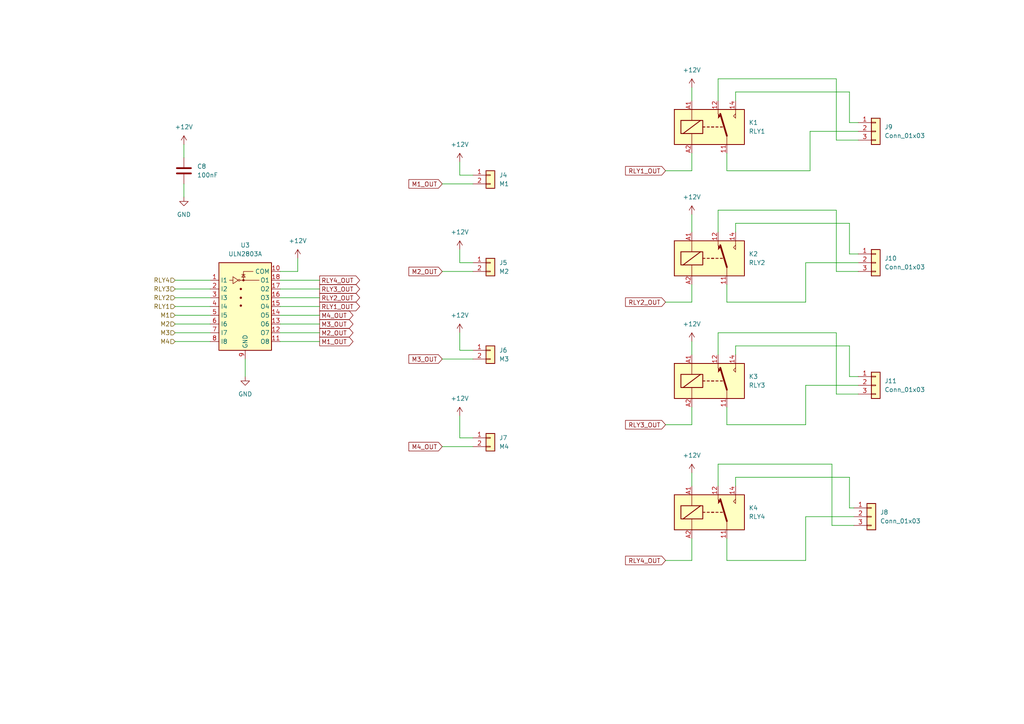
<source format=kicad_sch>
(kicad_sch (version 20211123) (generator eeschema)
  (paper "A4")
  (lib_symbols
    (symbol "Connector_Generic:Conn_01x02" (pin_names (offset 1.016) hide)
      (property "Reference" "J" (at 0 2.54 0))
      (property "Value" "Conn_01x02" (at 0 -5.08 0))
      (symbol "Conn_01x02_1_1"
        (rectangle (start -1.27 -2.413) (end 0 -2.667) (stroke (width 0.1524)))
        (rectangle (start -1.27 0.127) (end 0 -0.127) (stroke (width 0.1524)))
        (rectangle (start -1.27 1.27) (end 1.27 -3.81) (stroke (width 0.254)) (fill (type background)))
        (pin passive line (at -5.08 0 0) (length 3.81) (name "Pin_1") (number "1"))
        (pin passive line (at -5.08 -2.54 0) (length 3.81) (name "Pin_2") (number "2"))
      )
    )
    (symbol "Connector_Generic:Conn_01x03" (pin_names (offset 1.016) hide)
      (property "Reference" "J" (at 0 5.08 0))
      (property "Value" "Conn_01x03" (at 0 -5.08 0))
      (symbol "Conn_01x03_1_1"
        (rectangle (start -1.27 -2.413) (end 0 -2.667) (stroke (width 0.1524)))
        (rectangle (start -1.27 0.127) (end 0 -0.127) (stroke (width 0.1524)))
        (rectangle (start -1.27 2.667) (end 0 2.413) (stroke (width 0.1524)))
        (rectangle (start -1.27 3.81) (end 1.27 -3.81) (stroke (width 0.254)) (fill (type background)))
        (pin passive line (at -5.08 2.54 0) (length 3.81) (name "Pin_1") (number "1"))
        (pin passive line (at -5.08 0 0) (length 3.81) (name "Pin_2") (number "2"))
        (pin passive line (at -5.08 -2.54 0) (length 3.81) (name "Pin_3") (number "3"))
      )
    )
    (symbol "Device:C" (pin_numbers hide) (pin_names (offset 0.254))
      (property "Reference" "C" (at 0.635 2.54 0))
      (property "Value" "C" (at 0.635 -2.54 0))
      (symbol "C_0_1"
        (polyline (pts (xy -2.032 -0.762) (xy 2.032 -0.762)) (stroke (width 0.508)))
        (polyline (pts (xy -2.032 0.762) (xy 2.032 0.762)) (stroke (width 0.508)))
      )
      (symbol "C_1_1"
        (pin passive line (at 0 3.81 270) (length 2.794) (name "~") (number "1"))
        (pin passive line (at 0 -3.81 90) (length 2.794) (name "~") (number "2"))
      )
    )
    (symbol "Relay:FINDER-36.11"
      (property "Reference" "K" (at 11.43 3.81 0))
      (property "Value" "FINDER-36.11" (at 11.43 1.27 0))
      (symbol "FINDER-36.11_0_0"
        (polyline (pts (xy 2.54 3.81) (xy 2.54 5.08)))
        (polyline (pts (xy 7.62 3.81) (xy 7.62 5.08)))
        (polyline (pts (xy 7.62 3.81) (xy 7.62 2.54) (xy 6.985 3.175) (xy 7.62 3.81)))
      )
      (symbol "FINDER-36.11_0_1"
        (rectangle (start -10.16 5.08) (end 10.16 -5.08) (stroke (width 0.254)) (fill (type background)))
        (rectangle (start -8.255 1.905) (end -1.905 -1.905) (stroke (width 0.254)))
        (polyline (pts (xy -7.62 -1.905) (xy -2.54 1.905)) (stroke (width 0.254)))
        (polyline (pts (xy -5.08 -5.08) (xy -5.08 -1.905)))
        (polyline (pts (xy -5.08 5.08) (xy -5.08 1.905)))
        (polyline (pts (xy -1.905 0) (xy -1.27 0)) (stroke (width 0.254)))
        (polyline (pts (xy -0.635 0) (xy 0 0)) (stroke (width 0.254)))
        (polyline (pts (xy 0.635 0) (xy 1.27 0)) (stroke (width 0.254)))
        (polyline (pts (xy 0.635 0) (xy 1.27 0)) (stroke (width 0.254)))
        (polyline (pts (xy 1.905 0) (xy 2.54 0)) (stroke (width 0.254)))
        (polyline (pts (xy 3.175 0) (xy 3.81 0)) (stroke (width 0.254)))
        (polyline (pts (xy 5.08 -2.54) (xy 3.175 3.81)) (stroke (width 0.508)))
        (polyline (pts (xy 5.08 -2.54) (xy 5.08 -5.08)))
        (polyline (pts (xy 2.54 2.54) (xy 3.175 3.175) (xy 2.54 3.81)) (fill (type outline)))
      )
      (symbol "FINDER-36.11_1_1"
        (pin passive line (at 5.08 -7.62 90) (length 2.54) (name "~") (number "11"))
        (pin passive line (at 2.54 7.62 270) (length 2.54) (name "~") (number "12"))
        (pin passive line (at 7.62 7.62 270) (length 2.54) (name "~") (number "14"))
        (pin passive line (at -5.08 7.62 270) (length 2.54) (name "~") (number "A1"))
        (pin passive line (at -5.08 -7.62 90) (length 2.54) (name "~") (number "A2"))
      )
    )
    (symbol "Transistor_Array:ULN2803A"
      (property "Reference" "U" (at 0 13.335 0))
      (property "Value" "ULN2803A" (at 0 11.43 0))
      (symbol "ULN2803A_0_1"
        (rectangle (start -7.62 -15.24) (end 7.62 10.16) (stroke (width 0.254)) (fill (type background)))
        (circle (center -1.778 5.08) (radius 0.254))
        (circle (center -1.27 -2.286) (radius 0.254) (fill (type outline)))
        (circle (center -1.27 0) (radius 0.254) (fill (type outline)))
        (circle (center -1.27 2.54) (radius 0.254) (fill (type outline)))
        (circle (center -0.508 5.08) (radius 0.254) (fill (type outline)))
        (polyline (pts (xy -4.572 5.08) (xy -3.556 5.08)))
        (polyline (pts (xy -1.524 5.08) (xy 4.064 5.08)))
        (polyline (pts (xy 0 6.731) (xy -1.016 6.731)))
        (polyline (pts (xy -0.508 5.08) (xy -0.508 7.62) (xy 2.286 7.62)))
        (polyline (pts (xy -3.556 6.096) (xy -3.556 4.064) (xy -2.032 5.08) (xy -3.556 6.096)))
        (polyline (pts (xy 0 5.969) (xy -1.016 5.969) (xy -0.508 6.731) (xy 0 5.969)))
      )
      (symbol "ULN2803A_1_1"
        (pin input line (at -10.16 5.08 0) (length 2.54) (name "I1") (number "1"))
        (pin passive line (at 10.16 7.62 180) (length 2.54) (name "COM") (number "10"))
        (pin open_collector line (at 10.16 -12.7 180) (length 2.54) (name "O8") (number "11"))
        (pin open_collector line (at 10.16 -10.16 180) (length 2.54) (name "O7") (number "12"))
        (pin open_collector line (at 10.16 -7.62 180) (length 2.54) (name "O6") (number "13"))
        (pin open_collector line (at 10.16 -5.08 180) (length 2.54) (name "O5") (number "14"))
        (pin open_collector line (at 10.16 -2.54 180) (length 2.54) (name "O4") (number "15"))
        (pin open_collector line (at 10.16 0 180) (length 2.54) (name "O3") (number "16"))
        (pin open_collector line (at 10.16 2.54 180) (length 2.54) (name "O2") (number "17"))
        (pin open_collector line (at 10.16 5.08 180) (length 2.54) (name "O1") (number "18"))
        (pin input line (at -10.16 2.54 0) (length 2.54) (name "I2") (number "2"))
        (pin input line (at -10.16 0 0) (length 2.54) (name "I3") (number "3"))
        (pin input line (at -10.16 -2.54 0) (length 2.54) (name "I4") (number "4"))
        (pin input line (at -10.16 -5.08 0) (length 2.54) (name "I5") (number "5"))
        (pin input line (at -10.16 -7.62 0) (length 2.54) (name "I6") (number "6"))
        (pin input line (at -10.16 -10.16 0) (length 2.54) (name "I7") (number "7"))
        (pin input line (at -10.16 -12.7 0) (length 2.54) (name "I8") (number "8"))
        (pin power_in line (at 0 -17.78 90) (length 2.54) (name "GND") (number "9"))
      )
    )
    (symbol "power:+12V" (power) (pin_names (offset 0))
      (property "Value" "+12V" (at 0 3.556 0))
      (symbol "+12V_0_1"
        (polyline (pts (xy -0.762 1.27) (xy 0 2.54)))
        (polyline (pts (xy 0 0) (xy 0 2.54)))
        (polyline (pts (xy 0 2.54) (xy 0.762 1.27)))
      )
      (symbol "+12V_1_1"
        (pin power_in line (at 0 0 90) (length 0) hide (name "+12V") (number "1"))
      )
    )
    (symbol "power:GND" (power) (pin_names (offset 0))
      (property "Value" "GND" (at 0 -3.81 0))
      (symbol "GND_0_1"
        (polyline (pts (xy 0 0) (xy 0 -1.27) (xy 1.27 -1.27) (xy 0 -2.54) (xy -1.27 -1.27) (xy 0 -1.27)))
      )
      (symbol "GND_1_1"
        (pin power_in line (at 0 0 270) (length 0) hide (name "GND") (number "1"))
      )
    )
  )
  (wire (pts (xy 50.8 83.82) (xy 60.96 83.82)))
  (wire (pts (xy 208.28 134.62) (xy 241.3 134.62)))
  (wire (pts (xy 213.36 64.77) (xy 246.38 64.77)))
  (wire (pts (xy 128.27 78.74) (xy 137.16 78.74)))
  (wire (pts (xy 50.8 81.28) (xy 60.96 81.28)))
  (wire (pts (xy 193.04 49.53) (xy 200.66 49.53)))
  (wire (pts (xy 208.28 60.96) (xy 242.57 60.96)))
  (wire (pts (xy 213.36 67.31) (xy 213.36 64.77)))
  (wire (pts (xy 193.04 123.19) (xy 200.66 123.19)))
  (wire (pts (xy 210.82 162.56) (xy 233.68 162.56)))
  (wire (pts (xy 246.38 35.56) (xy 248.92 35.56)))
  (wire (pts (xy 233.68 87.63) (xy 233.68 76.2)))
  (wire (pts (xy 200.66 99.06) (xy 200.66 102.87)))
  (wire (pts (xy 241.3 134.62) (xy 241.3 152.4)))
  (wire (pts (xy 86.36 78.74) (xy 81.28 78.74)))
  (wire (pts (xy 242.57 78.74) (xy 248.92 78.74)))
  (wire (pts (xy 81.28 99.06) (xy 92.71 99.06)))
  (wire (pts (xy 210.82 49.53) (xy 234.95 49.53)))
  (wire (pts (xy 213.36 138.43) (xy 246.38 138.43)))
  (wire (pts (xy 128.27 104.14) (xy 137.16 104.14)))
  (wire (pts (xy 133.35 96.52) (xy 133.35 101.6)))
  (wire (pts (xy 242.57 60.96) (xy 242.57 78.74)))
  (wire (pts (xy 213.36 140.97) (xy 213.36 138.43)))
  (wire (pts (xy 200.66 162.56) (xy 200.66 156.21)))
  (wire (pts (xy 246.38 138.43) (xy 246.38 147.32)))
  (wire (pts (xy 233.68 76.2) (xy 248.92 76.2)))
  (wire (pts (xy 81.28 91.44) (xy 92.71 91.44)))
  (wire (pts (xy 213.36 100.33) (xy 246.38 100.33)))
  (wire (pts (xy 233.68 123.19) (xy 233.68 111.76)))
  (wire (pts (xy 233.68 162.56) (xy 233.68 149.86)))
  (wire (pts (xy 208.28 102.87) (xy 208.28 96.52)))
  (wire (pts (xy 208.28 96.52) (xy 242.57 96.52)))
  (wire (pts (xy 246.38 100.33) (xy 246.38 109.22)))
  (wire (pts (xy 53.34 41.91) (xy 53.34 45.72)))
  (wire (pts (xy 200.66 118.11) (xy 200.66 123.19)))
  (wire (pts (xy 81.28 81.28) (xy 92.71 81.28)))
  (wire (pts (xy 81.28 88.9) (xy 92.71 88.9)))
  (wire (pts (xy 193.04 162.56) (xy 200.66 162.56)))
  (wire (pts (xy 133.35 46.99) (xy 133.35 50.8)))
  (wire (pts (xy 50.8 96.52) (xy 60.96 96.52)))
  (wire (pts (xy 208.28 29.21) (xy 208.28 22.86)))
  (wire (pts (xy 210.82 123.19) (xy 233.68 123.19)))
  (wire (pts (xy 242.57 22.86) (xy 242.57 40.64)))
  (wire (pts (xy 50.8 91.44) (xy 60.96 91.44)))
  (wire (pts (xy 241.3 152.4) (xy 247.65 152.4)))
  (wire (pts (xy 242.57 40.64) (xy 248.92 40.64)))
  (wire (pts (xy 128.27 129.54) (xy 137.16 129.54)))
  (wire (pts (xy 242.57 114.3) (xy 248.92 114.3)))
  (wire (pts (xy 213.36 102.87) (xy 213.36 100.33)))
  (wire (pts (xy 246.38 26.67) (xy 246.38 35.56)))
  (wire (pts (xy 200.66 137.16) (xy 200.66 140.97)))
  (wire (pts (xy 81.28 83.82) (xy 92.71 83.82)))
  (wire (pts (xy 81.28 93.98) (xy 92.71 93.98)))
  (wire (pts (xy 133.35 50.8) (xy 137.16 50.8)))
  (wire (pts (xy 71.12 104.14) (xy 71.12 109.22)))
  (wire (pts (xy 213.36 26.67) (xy 246.38 26.67)))
  (wire (pts (xy 193.04 87.63) (xy 200.66 87.63)))
  (wire (pts (xy 234.95 38.1) (xy 248.92 38.1)))
  (wire (pts (xy 86.36 74.93) (xy 86.36 78.74)))
  (wire (pts (xy 233.68 111.76) (xy 248.92 111.76)))
  (wire (pts (xy 81.28 86.36) (xy 92.71 86.36)))
  (wire (pts (xy 208.28 67.31) (xy 208.28 60.96)))
  (wire (pts (xy 210.82 118.11) (xy 210.82 123.19)))
  (wire (pts (xy 246.38 64.77) (xy 246.38 73.66)))
  (wire (pts (xy 200.66 62.23) (xy 200.66 67.31)))
  (wire (pts (xy 133.35 101.6) (xy 137.16 101.6)))
  (wire (pts (xy 208.28 22.86) (xy 242.57 22.86)))
  (wire (pts (xy 133.35 127) (xy 137.16 127)))
  (wire (pts (xy 210.82 87.63) (xy 233.68 87.63)))
  (wire (pts (xy 133.35 76.2) (xy 137.16 76.2)))
  (wire (pts (xy 200.66 49.53) (xy 200.66 44.45)))
  (wire (pts (xy 210.82 156.21) (xy 210.82 162.56)))
  (wire (pts (xy 53.34 53.34) (xy 53.34 57.15)))
  (wire (pts (xy 233.68 149.86) (xy 247.65 149.86)))
  (wire (pts (xy 246.38 147.32) (xy 247.65 147.32)))
  (wire (pts (xy 50.8 93.98) (xy 60.96 93.98)))
  (wire (pts (xy 133.35 72.39) (xy 133.35 76.2)))
  (wire (pts (xy 242.57 96.52) (xy 242.57 114.3)))
  (wire (pts (xy 133.35 120.65) (xy 133.35 127)))
  (wire (pts (xy 234.95 49.53) (xy 234.95 38.1)))
  (wire (pts (xy 208.28 140.97) (xy 208.28 134.62)))
  (wire (pts (xy 210.82 82.55) (xy 210.82 87.63)))
  (wire (pts (xy 128.27 53.34) (xy 137.16 53.34)))
  (wire (pts (xy 213.36 29.21) (xy 213.36 26.67)))
  (wire (pts (xy 50.8 88.9) (xy 60.96 88.9)))
  (wire (pts (xy 200.66 25.4) (xy 200.66 29.21)))
  (wire (pts (xy 50.8 99.06) (xy 60.96 99.06)))
  (wire (pts (xy 246.38 73.66) (xy 248.92 73.66)))
  (wire (pts (xy 200.66 87.63) (xy 200.66 82.55)))
  (wire (pts (xy 210.82 44.45) (xy 210.82 49.53)))
  (wire (pts (xy 50.8 86.36) (xy 60.96 86.36)))
  (wire (pts (xy 81.28 96.52) (xy 92.71 96.52)))
  (wire (pts (xy 246.38 109.22) (xy 248.92 109.22)))
  (global_label "M3_OUT" (shape output) (at 92.71 93.98 0) (property "Intersheet References" "${INTERSHEET_REFS}" (effects hide)))
  (global_label "RLY4_OUT" (shape input) (at 193.04 162.56 180) (property "Intersheet References" "${INTERSHEET_REFS}" (effects hide)))
  (global_label "M4_OUT" (shape output) (at 92.71 91.44 0) (property "Intersheet References" "${INTERSHEET_REFS}" (effects hide)))
  (global_label "M4_OUT" (shape input) (at 128.27 129.54 180) (property "Intersheet References" "${INTERSHEET_REFS}" (effects hide)))
  (global_label "M1_OUT" (shape output) (at 92.71 99.06 0) (property "Intersheet References" "${INTERSHEET_REFS}" (effects hide)))
  (global_label "RLY2_OUT" (shape input) (at 193.04 87.63 180) (property "Intersheet References" "${INTERSHEET_REFS}" (effects hide)))
  (global_label "RLY2_OUT" (shape output) (at 92.71 86.36 0) (property "Intersheet References" "${INTERSHEET_REFS}" (effects hide)))
  (global_label "RLY1_OUT" (shape output) (at 92.71 88.9 0) (property "Intersheet References" "${INTERSHEET_REFS}" (effects hide)))
  (global_label "M2_OUT" (shape input) (at 128.27 78.74 180) (property "Intersheet References" "${INTERSHEET_REFS}" (effects hide)))
  (global_label "RLY1_OUT" (shape input) (at 193.04 49.53 180) (property "Intersheet References" "${INTERSHEET_REFS}" (effects hide)))
  (global_label "M2_OUT" (shape output) (at 92.71 96.52 0) (property "Intersheet References" "${INTERSHEET_REFS}" (effects hide)))
  (global_label "M3_OUT" (shape input) (at 128.27 104.14 180) (property "Intersheet References" "${INTERSHEET_REFS}" (effects hide)))
  (global_label "RLY3_OUT" (shape input) (at 193.04 123.19 180) (property "Intersheet References" "${INTERSHEET_REFS}" (effects hide)))
  (global_label "RLY4_OUT" (shape output) (at 92.71 81.28 0) (property "Intersheet References" "${INTERSHEET_REFS}" (effects hide)))
  (global_label "RLY3_OUT" (shape output) (at 92.71 83.82 0) (property "Intersheet References" "${INTERSHEET_REFS}" (effects hide)))
  (global_label "M1_OUT" (shape input) (at 128.27 53.34 180) (property "Intersheet References" "${INTERSHEET_REFS}" (effects hide)))
  (hierarchical_label "M3" (shape input) (at 50.8 96.52 180))
  (hierarchical_label "M1" (shape input) (at 50.8 91.44 180))
  (hierarchical_label "RLY1" (shape input) (at 50.8 88.9 180))
  (hierarchical_label "M4" (shape input) (at 50.8 99.06 180))
  (hierarchical_label "RLY3" (shape input) (at 50.8 83.82 180))
  (hierarchical_label "RLY4" (shape input) (at 50.8 81.28 180))
  (hierarchical_label "M2" (shape input) (at 50.8 93.98 180))
  (hierarchical_label "RLY2" (shape input) (at 50.8 86.36 180))
  (symbol (lib_id "Connector_Generic:Conn_01x03") (at 252.73 149.86 0) (unit 1)
    (property "Reference" "J8" (at 255.27 148.5899 0) (effects (justify left)))
    (property "Value" "Conn_01x03" (at 255.27 151.1299 0) (effects (justify left)))
    (property "Footprint" "TerminalBlock:TerminalBlock_bornier-3_P5.08mm" (effects hide))
  )
  (symbol (lib_id "Connector_Generic:Conn_01x02") (at 142.24 127 0) (unit 1)
    (property "Reference" "J7" (at 144.78 126.9999 0) (effects (justify left)))
    (property "Value" "M4" (at 144.78 129.5399 0) (effects (justify left)))
    (property "Footprint" "TerminalBlock:TerminalBlock_bornier-2_P5.08mm" (effects hide))
  )
  (symbol (lib_id "Connector_Generic:Conn_01x02") (at 142.24 76.2 0) (unit 1)
    (property "Reference" "J5" (at 144.78 76.1999 0) (effects (justify left)))
    (property "Value" "M2" (at 144.78 78.7399 0) (effects (justify left)))
    (property "Footprint" "TerminalBlock:TerminalBlock_bornier-2_P5.08mm" (effects hide))
  )
  (symbol (lib_id "power:GND") (at 71.12 109.22 0) (unit 1)
    (property "Reference" "#PWR024" (effects hide))
    (property "Value" "GND" (at 71.12 114.3 0))
  )
  (symbol (lib_id "power:+12V") (at 200.66 25.4 0) (unit 1)
    (property "Reference" "#PWR030" (effects hide))
    (property "Value" "+12V" (at 200.66 20.32 0))
  )
  (symbol (lib_id "Relay:FINDER-36.11") (at 205.74 110.49 0) (unit 1)
    (property "Reference" "K3" (at 217.17 109.2199 0) (effects (justify left)))
    (property "Value" "RLY3" (at 217.17 111.7599 0) (effects (justify left)))
    (property "Footprint" "Relay_THT:Relay_SPDT_Finder_36.11" (effects hide))
    (property "Datasheet" "https://gfinder.findernet.com/public/attachments/36/EN/S36EN.pdf" (effects hide))
  )
  (symbol (lib_id "Relay:FINDER-36.11") (at 205.74 148.59 0) (unit 1)
    (property "Reference" "K4" (at 217.17 147.3199 0) (effects (justify left)))
    (property "Value" "RLY4" (at 217.17 149.8599 0) (effects (justify left)))
    (property "Footprint" "Relay_THT:Relay_SPDT_Finder_36.11" (effects hide))
    (property "Datasheet" "https://gfinder.findernet.com/public/attachments/36/EN/S36EN.pdf" (effects hide))
  )
  (symbol (lib_id "power:+12V") (at 200.66 137.16 0) (unit 1)
    (property "Reference" "#PWR033" (effects hide))
    (property "Value" "+12V" (at 200.66 132.08 0))
  )
  (symbol (lib_id "power:+12V") (at 133.35 120.65 0) (unit 1)
    (property "Reference" "#PWR029" (effects hide))
    (property "Value" "+12V" (at 133.35 115.57 0))
  )
  (symbol (lib_id "Relay:FINDER-36.11") (at 205.74 36.83 0) (unit 1)
    (property "Reference" "K1" (at 217.17 35.5599 0) (effects (justify left)))
    (property "Value" "RLY1" (at 217.17 38.0999 0) (effects (justify left)))
    (property "Footprint" "Relay_THT:Relay_SPDT_Finder_36.11" (effects hide))
    (property "Datasheet" "https://gfinder.findernet.com/public/attachments/36/EN/S36EN.pdf" (effects hide))
  )
  (symbol (lib_id "Relay:FINDER-36.11") (at 205.74 74.93 0) (unit 1)
    (property "Reference" "K2" (at 217.17 73.6599 0) (effects (justify left)))
    (property "Value" "RLY2" (at 217.17 76.1999 0) (effects (justify left)))
    (property "Footprint" "Relay_THT:Relay_SPDT_Finder_36.11" (effects hide))
    (property "Datasheet" "https://gfinder.findernet.com/public/attachments/36/EN/S36EN.pdf" (effects hide))
  )
  (symbol (lib_id "Connector_Generic:Conn_01x02") (at 142.24 101.6 0) (unit 1)
    (property "Reference" "J6" (at 144.78 101.5999 0) (effects (justify left)))
    (property "Value" "M3" (at 144.78 104.1399 0) (effects (justify left)))
    (property "Footprint" "TerminalBlock:TerminalBlock_bornier-2_P5.08mm" (effects hide))
  )
  (symbol (lib_id "power:+12V") (at 133.35 96.52 0) (unit 1)
    (property "Reference" "#PWR028" (effects hide))
    (property "Value" "+12V" (at 133.35 91.44 0))
  )
  (symbol (lib_id "Connector_Generic:Conn_01x03") (at 254 76.2 0) (unit 1)
    (property "Reference" "J10" (at 256.54 74.9299 0) (effects (justify left)))
    (property "Value" "Conn_01x03" (at 256.54 77.4699 0) (effects (justify left)))
    (property "Footprint" "TerminalBlock:TerminalBlock_bornier-3_P5.08mm" (effects hide))
  )
  (symbol (lib_id "power:+12V") (at 86.36 74.93 0) (unit 1)
    (property "Reference" "#PWR025" (effects hide))
    (property "Value" "+12V" (at 86.36 69.85 0))
  )
  (symbol (lib_id "power:+12V") (at 133.35 46.99 0) (unit 1)
    (property "Reference" "#PWR026" (effects hide))
    (property "Value" "+12V" (at 133.35 41.91 0))
  )
  (symbol (lib_id "power:+12V") (at 133.35 72.39 0) (unit 1)
    (property "Reference" "#PWR027" (effects hide))
    (property "Value" "+12V" (at 133.35 67.31 0))
  )
  (symbol (lib_id "Device:C") (at 53.34 49.53 0) (unit 1)
    (property "Reference" "C8" (at 57.15 48.2599 0) (effects (justify left)))
    (property "Value" "100nF" (at 57.15 50.7999 0) (effects (justify left)))
    (property "Footprint" "Capacitor_SMD:C_0603_1608Metric" (effects hide))
  )
  (symbol (lib_id "power:GND") (at 53.34 57.15 0) (unit 1)
    (property "Reference" "#PWR023" (effects hide))
    (property "Value" "GND" (at 53.34 62.23 0))
  )
  (symbol (lib_id "Connector_Generic:Conn_01x03") (at 254 38.1 0) (unit 1)
    (property "Reference" "J9" (at 256.54 36.8299 0) (effects (justify left)))
    (property "Value" "Conn_01x03" (at 256.54 39.3699 0) (effects (justify left)))
    (property "Footprint" "TerminalBlock:TerminalBlock_bornier-3_P5.08mm" (effects hide))
  )
  (symbol (lib_id "Connector_Generic:Conn_01x02") (at 142.24 50.8 0) (unit 1)
    (property "Reference" "J4" (at 144.78 50.7999 0) (effects (justify left)))
    (property "Value" "M1" (at 144.78 53.3399 0) (effects (justify left)))
    (property "Footprint" "TerminalBlock:TerminalBlock_bornier-2_P5.08mm" (effects hide))
  )
  (symbol (lib_id "power:+12V") (at 53.34 41.91 0) (unit 1)
    (property "Reference" "#PWR022" (effects hide))
    (property "Value" "+12V" (at 53.34 36.83 0))
  )
  (symbol (lib_id "Transistor_Array:ULN2803A") (at 71.12 86.36 0) (unit 1)
    (property "Reference" "U3" (at 71.12 71.12 0))
    (property "Value" "ULN2803A" (at 71.12 73.66 0))
    (property "Footprint" "Package_SO:SOIC-18W_7.5x11.6mm_P1.27mm" (effects hide))
    (property "Datasheet" "http://www.ti.com/lit/ds/symlink/uln2803a.pdf" (effects hide))
  )
  (symbol (lib_id "power:+12V") (at 200.66 99.06 0) (unit 1)
    (property "Reference" "#PWR032" (effects hide))
    (property "Value" "+12V" (at 200.66 93.98 0))
  )
  (symbol (lib_id "power:+12V") (at 200.66 62.23 0) (unit 1)
    (property "Reference" "#PWR031" (effects hide))
    (property "Value" "+12V" (at 200.66 57.15 0))
  )
  (symbol (lib_id "Connector_Generic:Conn_01x03") (at 254 111.76 0) (unit 1)
    (property "Reference" "J11" (at 256.54 110.4899 0) (effects (justify left)))
    (property "Value" "Conn_01x03" (at 256.54 113.0299 0) (effects (justify left)))
    (property "Footprint" "TerminalBlock:TerminalBlock_bornier-3_P5.08mm" (effects hide))
  )
)
</source>
